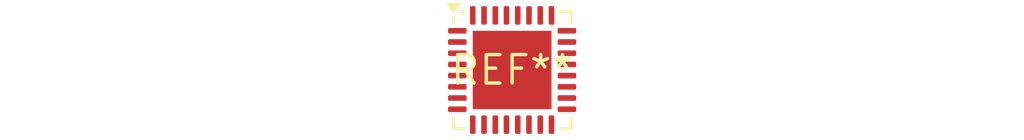
<source format=kicad_pcb>
(kicad_pcb (version 20240108) (generator pcbnew)
  (layers (0 "F.Cu" signal) (31 "B.Cu" signal) (34 "B.Paste" user) (35 "F.Paste" user) (36 "B.SilkS" user "B.Silkscreen") (37 "F.SilkS" user "F.Silkscreen") (38 "B.Mask" user) (39 "F.Mask" user) (44 "Edge.Cuts" user))
  (net 0 "")
  (footprint "LFCSP-32-1EP_5x5mm_P0.5mm_EP3.5x3.5mm" (layer "F.Cu") (at 0 0)
    (property "Reference" "REF**")
    (property "Value" "LFCSP-32-1EP_5x5mm_P0.5mm_EP3.5x3.5mm")
    (fp_line (start -2.61 -2.135) (end -2.61 -2.37) (layer "F.SilkS") (stroke (width 0.12)))
    (fp_line (start -2.61 2.61) (end -2.61 2.135) (layer "F.SilkS") (stroke (width 0.12)))
    (fp_line (start -2.135 -2.61) (end -2.31 -2.61) (layer "F.SilkS") (stroke (width 0.12)))
    (fp_line (start -2.135 2.61) (end -2.61 2.61) (layer "F.SilkS") (stroke (width 0.12)))
    (fp_line (start 2.135 -2.61) (end 2.61 -2.61) (layer "F.SilkS") (stroke (width 0.12)))
    (fp_line (start 2.135 2.61) (end 2.61 2.61) (layer "F.SilkS") (stroke (width 0.12)))
    (fp_line (start 2.61 -2.61) (end 2.61 -2.135) (layer "F.SilkS") (stroke (width 0.12)))
    (fp_line (start 2.61 2.61) (end 2.61 2.135) (layer "F.SilkS") (stroke (width 0.12)))
    (fp_poly (pts (xy -2.61 -2.61) (xy -2.85 -2.94) (xy -2.37 -2.94) (xy -2.61 -2.61)) (layer "F.SilkS") (stroke (width 0.12)) (fill solid))
    (pad "1" smd roundrect (at -2.4375 -1.75) (size 0.825 0.25) (layers "F.Cu" "F.Paste" "F.Mask"))
    (pad "2" smd roundrect (at -2.4375 -1.25) (size 0.825 0.25) (layers "F.Cu" "F.Paste" "F.Mask"))
    (pad "3" smd roundrect (at -2.4375 -0.75) (size 0.825 0.25) (layers "F.Cu" "F.Paste" "F.Mask"))
    (pad "4" smd roundrect (at -2.4375 -0.25) (size 0.825 0.25) (layers "F.Cu" "F.Paste" "F.Mask"))
    (pad "5" smd roundrect (at -2.4375 0.25) (size 0.825 0.25) (layers "F.Cu" "F.Paste" "F.Mask"))
    (pad "6" smd roundrect (at -2.4375 0.75) (size 0.825 0.25) (layers "F.Cu" "F.Paste" "F.Mask"))
    (pad "7" smd roundrect (at -2.4375 1.25) (size 0.825 0.25) (layers "F.Cu" "F.Paste" "F.Mask"))
    (pad "8" smd roundrect (at -2.4375 1.75) (size 0.825 0.25) (layers "F.Cu" "F.Paste" "F.Mask"))
    (pad "9" smd roundrect (at -1.75 2.4375) (size 0.25 0.825) (layers "F.Cu" "F.Paste" "F.Mask"))
    (pad "10" smd roundrect (at -1.25 2.4375) (size 0.25 0.825) (layers "F.Cu" "F.Paste" "F.Mask"))
    (pad "11" smd roundrect (at -0.75 2.4375) (size 0.25 0.825) (layers "F.Cu" "F.Paste" "F.Mask"))
    (pad "12" smd roundrect (at -0.25 2.4375) (size 0.25 0.825) (layers "F.Cu" "F.Paste" "F.Mask"))
    (pad "13" smd roundrect (at 0.25 2.4375) (size 0.25 0.825) (layers "F.Cu" "F.Paste" "F.Mask"))
    (pad "14" smd roundrect (at 0.75 2.4375) (size 0.25 0.825) (layers "F.Cu" "F.Paste" "F.Mask"))
    (pad "15" smd roundrect (at 1.25 2.4375) (size 0.25 0.825) (layers "F.Cu" "F.Paste" "F.Mask"))
    (pad "16" smd roundrect (at 1.75 2.4375) (size 0.25 0.825) (layers "F.Cu" "F.Paste" "F.Mask"))
    (pad "17" smd roundrect (at 2.4375 1.75) (size 0.825 0.25) (layers "F.Cu" "F.Paste" "F.Mask"))
    (pad "18" smd roundrect (at 2.4375 1.25) (size 0.825 0.25) (layers "F.Cu" "F.Paste" "F.Mask"))
    (pad "19" smd roundrect (at 2.4375 0.75) (size 0.825 0.25) (layers "F.Cu" "F.Paste" "F.Mask"))
    (pad "20" smd roundrect (at 2.4375 0.25) (size 0.825 0.25) (layers "F.Cu" "F.Paste" "F.Mask"))
    (pad "21" smd roundrect (at 2.4375 -0.25) (size 0.825 0.25) (layers "F.Cu" "F.Paste" "F.Mask"))
    (pad "22" smd roundrect (at 2.4375 -0.75) (size 0.825 0.25) (layers "F.Cu" "F.Paste" "F.Mask"))
    (pad "23" smd roundrect (at 2.4375 -1.25) (size 0.825 0.25) (layers "F.Cu" "F.Paste" "F.Mask"))
    (pad "24" smd roundrect (at 2.4375 -1.75) (size 0.825 0.25) (layers "F.Cu" "F.Paste" "F.Mask"))
    (pad "25" smd roundrect (at 1.75 -2.4375) (size 0.25 0.825) (layers "F.Cu" "F.Paste" "F.Mask"))
    (pad "26" smd roundrect (at 1.25 -2.4375) (size 0.25 0.825) (layers "F.Cu" "F.Paste" "F.Mask"))
    (pad "27" smd roundrect (at 0.75 -2.4375) (size 0.25 0.825) (layers "F.Cu" "F.Paste" "F.Mask"))
    (pad "28" smd roundrect (at 0.25 -2.4375) (size 0.25 0.825) (layers "F.Cu" "F.Paste" "F.Mask"))
    (pad "29" smd roundrect (at -0.25 -2.4375) (size 0.25 0.825) (layers "F.Cu" "F.Paste" "F.Mask"))
    (pad "30" smd roundrect (at -0.75 -2.4375) (size 0.25 0.825) (layers "F.Cu" "F.Paste" "F.Mask"))
    (pad "31" smd roundrect (at -1.25 -2.4375) (size 0.25 0.825) (layers "F.Cu" "F.Paste" "F.Mask"))
    (pad "32" smd roundrect (at -1.75 -2.4375) (size 0.25 0.825) (layers "F.Cu" "F.Paste" "F.Mask"))
    (pad "33" smd rect (at 0 0) (size 3.5 3.5) (property pad_prop_heatsink) (layers "F.Cu" "F.Mask"))
  )
)
</source>
